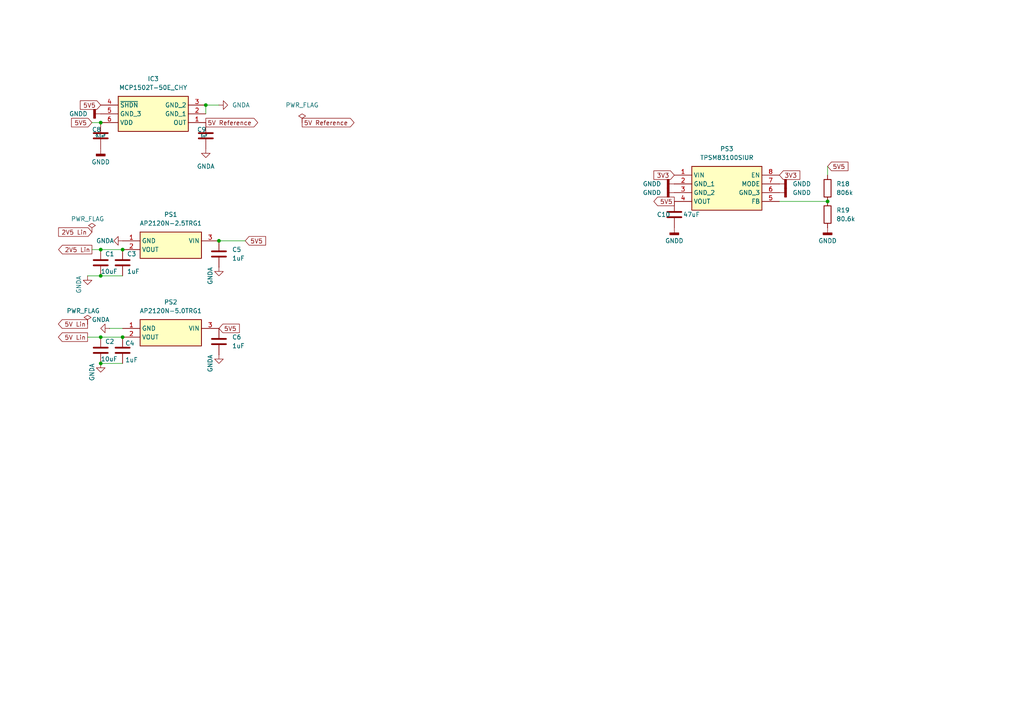
<source format=kicad_sch>
(kicad_sch (version 20231120) (generator "eeschema") (generator_version "8.0")
  (paper "A4")
  (lib_symbols
    (symbol "21xt_symbols:AP2120N-5.0TRG1"
      (property "Reference" "PS" (at 24.13 7.62 0))
      (property "Value" "AP2120N-5.0TRG1" (at 24.13 5.08 0))
      (symbol "AP2120N-5.0TRG1_1_1"
        (rectangle (start 5.08 2.54) (end 22.86 -5.08) (stroke (width 0.254)) (fill (type background)))
        (pin passive line (at 0 0 0) (length 5.08) (name "GND") (number "1"))
        (pin passive line (at 0 -2.54 0) (length 5.08) (name "VOUT") (number "2"))
        (pin passive line (at 27.94 0 180) (length 5.08) (name "VIN") (number "3"))
      )
    )
    (symbol "21xt_symbols:MCP1501T-50E_CHY"
      (property "Reference" "IC" (at 26.67 7.62 0))
      (property "Value" "MCP1501T-50E_CHY" (at 26.67 5.08 0))
      (symbol "MCP1501T-50E_CHY_1_1"
        (rectangle (start 5.08 2.54) (end 25.4 -7.62) (stroke (width 0.254)) (fill (type background)))
        (pin passive line (at 0 0 0) (length 5.08) (name "OUT") (number "1"))
        (pin passive line (at 0 -2.54 0) (length 5.08) (name "GND_1") (number "2"))
        (pin passive line (at 0 -5.08 0) (length 5.08) (name "GND_2") (number "3"))
        (pin passive line (at 30.48 -5.08 180) (length 5.08) (name "~{SHDN}") (number "4"))
        (pin passive line (at 30.48 -2.54 180) (length 5.08) (name "GND_3") (number "5"))
        (pin passive line (at 30.48 0 180) (length 5.08) (name "VDD") (number "6"))
      )
    )
    (symbol "21xt_symbols:TPSM83100SIUR"
      (property "Reference" "PS" (at 26.67 7.62 0))
      (property "Value" "TPSM83100SIUR" (at 26.67 5.08 0))
      (symbol "TPSM83100SIUR_1_1"
        (rectangle (start 5.08 2.54) (end 25.4 -10.16) (stroke (width 0.254)) (fill (type background)))
        (pin passive line (at 0 0 0) (length 5.08) (name "VIN") (number "1"))
        (pin passive line (at 0 -2.54 0) (length 5.08) (name "GND_1") (number "2"))
        (pin passive line (at 0 -5.08 0) (length 5.08) (name "GND_2") (number "3"))
        (pin passive line (at 0 -7.62 0) (length 5.08) (name "VOUT") (number "4"))
        (pin passive line (at 30.48 -7.62 180) (length 5.08) (name "FB") (number "5"))
        (pin passive line (at 30.48 -5.08 180) (length 5.08) (name "GND_3") (number "6"))
        (pin passive line (at 30.48 -2.54 180) (length 5.08) (name "MODE") (number "7"))
        (pin passive line (at 30.48 0 180) (length 5.08) (name "EN") (number "8"))
      )
    )
    (symbol "Device:C" (pin_numbers hide) (pin_names (offset 0.254))
      (property "Reference" "C" (at 0.635 2.54 0))
      (property "Value" "C" (at 0.635 -2.54 0))
      (symbol "C_0_1"
        (polyline (pts (xy -2.032 -0.762) (xy 2.032 -0.762)) (stroke (width 0.508)))
        (polyline (pts (xy -2.032 0.762) (xy 2.032 0.762)) (stroke (width 0.508)))
      )
      (symbol "C_1_1"
        (pin passive line (at 0 3.81 270) (length 2.794) (name "~") (number "1"))
        (pin passive line (at 0 -3.81 90) (length 2.794) (name "~") (number "2"))
      )
    )
    (symbol "Device:R" (pin_numbers hide) (pin_names (offset 0))
      (property "Reference" "R" (at 2.032 0 90))
      (property "Value" "R" (at 0 0 90))
      (symbol "R_0_1"
        (rectangle (start -1.016 -2.54) (end 1.016 2.54) (stroke (width 0.254)))
      )
      (symbol "R_1_1"
        (pin passive line (at 0 3.81 270) (length 1.27) (name "~") (number "1"))
        (pin passive line (at 0 -3.81 90) (length 1.27) (name "~") (number "2"))
      )
    )
    (symbol "power:GNDA" (power) (pin_numbers hide) (pin_names (offset 0) hide)
      (property "Value" "GNDA" (at 0 -3.81 0))
      (symbol "GNDA_0_1"
        (polyline (pts (xy 0 0) (xy 0 -1.27) (xy 1.27 -1.27) (xy 0 -2.54) (xy -1.27 -1.27) (xy 0 -1.27)))
      )
      (symbol "GNDA_1_1"
        (pin power_in line (at 0 0 270) (length 0) (name "~") (number "1"))
      )
    )
    (symbol "power:GNDD" (power) (pin_numbers hide) (pin_names (offset 0) hide)
      (property "Value" "GNDD" (at 0 -3.175 0))
      (symbol "GNDD_0_1"
        (rectangle (start -1.27 -1.524) (end 1.27 -2.032) (stroke (width 0.254)) (fill (type outline)))
        (polyline (pts (xy 0 0) (xy 0 -1.524)))
      )
      (symbol "GNDD_1_1"
        (pin power_in line (at 0 0 270) (length 0) (name "~") (number "1"))
      )
    )
    (symbol "power:PWR_FLAG" (power) (pin_numbers hide) (pin_names (offset 0) hide)
      (property "Value" "PWR_FLAG" (at 0 3.81 0))
      (symbol "PWR_FLAG_0_0"
        (pin power_out line (at 0 0 90) (length 0) (name "~") (number "1"))
      )
      (symbol "PWR_FLAG_0_1"
        (polyline (pts (xy 0 0) (xy 0 1.27) (xy -1.016 1.905) (xy 0 2.54) (xy 1.016 1.905) (xy 0 1.27)))
      )
    )
  )
  (junction (at 240.03 58.42))
  (junction (at 59.69 30.48))
  (junction (at 29.21 72.39))
  (junction (at 63.5 69.85))
  (junction (at 29.21 80.01))
  (junction (at 35.56 72.39))
  (junction (at 35.56 97.79))
  (junction (at 29.21 35.56))
  (junction (at 29.21 105.41))
  (junction (at 29.21 97.79))
  (wire (pts (xy 29.21 72.39) (xy 35.56 72.39)))
  (wire (pts (xy 25.4 80.01) (xy 29.21 80.01)))
  (wire (pts (xy 29.21 105.41) (xy 35.56 105.41)))
  (wire (pts (xy 26.67 72.39) (xy 29.21 72.39)))
  (wire (pts (xy 29.21 80.01) (xy 35.56 80.01)))
  (wire (pts (xy 71.12 69.85) (xy 63.5 69.85)))
  (wire (pts (xy 226.06 58.42) (xy 240.03 58.42)))
  (wire (pts (xy 31.75 95.25) (xy 35.56 95.25)))
  (wire (pts (xy 29.21 97.79) (xy 35.56 97.79)))
  (wire (pts (xy 240.03 48.26) (xy 240.03 50.8)))
  (wire (pts (xy 59.69 30.48) (xy 59.69 33.02)))
  (wire (pts (xy 26.67 35.56) (xy 29.21 35.56)))
  (wire (pts (xy 25.4 97.79) (xy 29.21 97.79)))
  (wire (pts (xy 59.69 30.48) (xy 63.5 30.48)))
  (global_label "5V5" (shape output) (at 195.58 58.42 180) (property "Intersheetrefs" "${INTERSHEET_REFS}" (effects (hide yes))))
  (global_label "3V3" (shape input) (at 226.06 50.8 0) (property "Intersheetrefs" "${INTERSHEET_REFS}" (effects (hide yes))))
  (global_label "5V Reference" (shape output) (at 59.69 35.56 0) (property "Intersheetrefs" "${INTERSHEET_REFS}" (effects (hide yes))))
  (global_label "5V5" (shape input) (at 240.03 48.26 0) (property "Intersheetrefs" "${INTERSHEET_REFS}" (effects (hide yes))))
  (global_label "2V5 Lin" (shape output) (at 26.67 72.39 180) (property "Intersheetrefs" "${INTERSHEET_REFS}" (effects (hide yes))))
  (global_label "3V3" (shape input) (at 195.58 50.8 180) (property "Intersheetrefs" "${INTERSHEET_REFS}" (effects (hide yes))))
  (global_label "2V5 Lin" (shape input) (at 26.67 67.31 180) (property "Intersheetrefs" "${INTERSHEET_REFS}" (effects (hide yes))))
  (global_label "5V Reference" (shape output) (at 87.63 35.56 0) (property "Intersheetrefs" "${INTERSHEET_REFS}" (effects (hide yes))))
  (global_label "5V5" (shape input) (at 71.12 69.85 0) (property "Intersheetrefs" "${INTERSHEET_REFS}" (effects (hide yes))))
  (global_label "5V5" (shape input) (at 29.21 30.48 180) (property "Intersheetrefs" "${INTERSHEET_REFS}" (effects (hide yes))))
  (global_label "5V5" (shape input) (at 26.67 35.56 180) (property "Intersheetrefs" "${INTERSHEET_REFS}" (effects (hide yes))))
  (global_label "5V Lin" (shape output) (at 25.4 97.79 180) (property "Intersheetrefs" "${INTERSHEET_REFS}" (effects (hide yes))))
  (global_label "5V Lin" (shape output) (at 25.4 93.98 180) (property "Intersheetrefs" "${INTERSHEET_REFS}" (effects (hide yes))))
  (global_label "5V5" (shape input) (at 63.5 95.25 0) (property "Intersheetrefs" "${INTERSHEET_REFS}" (effects (hide yes))))
  (symbol (lib_id "21xt_symbols:AP2120N-5.0TRG1") (at 35.56 69.85 0) (unit 1)
    (property "Reference" "PS1" (at 49.53 62.23 0))
    (property "Value" "AP2120N-2.5TRG1" (at 49.53 64.77 0))
    (property "Footprint" "21xt_footprints:AP2120N-2.5TRG1" (effects (hide yes)))
    (property "Datasheet" "https://www.diodes.com//assets/Datasheets/AP2120.pdf" (effects (hide yes)))
    (property "Description" "Lin Reg 5V 150MA SOT23 for wsg" (effects (hide yes)))
    (property "Height" "1.2" (effects (hide yes)))
    (property "Mouser Part Number" "621-AP2120N-5.0TRG1" (effects (hide yes)))
    (property "Mouser Price/Stock" "https://www.mouser.co.uk/ProductDetail/Diodes-Incorporated/AP2120N-5.0TRG1?qs=M%2FOdCRO8QQ3JQu49DdtyIA%3D%3D" (effects (hide yes)))
    (property "Manufacturer_Name" "Diodes Incorporated" (effects (hide yes)))
    (property "Manufacturer_Part_Number" "AP2120N-5.0TRG1" (effects (hide yes)))
  )
  (symbol (lib_id "Device:C") (at 29.21 101.6 0) (unit 1)
    (property "Reference" "C2" (at 30.48 99.06 0) (effects (justify left)))
    (property "Value" "10uF" (at 29.21 104.14 0) (effects (justify left)))
    (property "Footprint" "Capacitor_SMD:C_0402_1005Metric" (effects (hide yes)))
    (property "Description" "Unpolarized capacitor" (effects (hide yes)))
  )
  (symbol (lib_id "power:GNDA") (at 63.5 77.47 0) (unit 1)
    (property "Reference" "#PWR013" (effects (hide yes)))
    (property "Value" "GNDA" (at 60.96 80.01 90))
    (property "Description" "Power symbol creates a global label with name \"GNDA\" , analog ground" (effects (hide yes)))
  )
  (symbol (lib_id "Device:C") (at 63.5 99.06 0) (unit 1)
    (property "Reference" "C6" (at 67.31 97.79 0) (effects (justify left)))
    (property "Value" "1uF" (at 67.31 100.33 0) (effects (justify left)))
    (property "Footprint" "Capacitor_SMD:C_0402_1005Metric" (effects (hide yes)))
    (property "Description" "Unpolarized capacitor" (effects (hide yes)))
  )
  (symbol (lib_id "power:GNDD") (at 29.21 33.02 270) (unit 1)
    (property "Reference" "#PWR017" (effects (hide yes)))
    (property "Value" "GNDD" (at 25.4 33.02 90) (effects (justify right)))
    (property "Description" "Power symbol creates a global label with name \"GNDD\" , digital ground" (effects (hide yes)))
  )
  (symbol (lib_id "power:GNDA") (at 59.69 43.18 0) (unit 1)
    (property "Reference" "#PWR020" (effects (hide yes)))
    (property "Value" "GNDA" (at 59.69 48.26 0))
    (property "Description" "Power symbol creates a global label with name \"GNDA\" , analog ground" (effects (hide yes)))
  )
  (symbol (lib_id "power:GNDD") (at 226.06 53.34 90) (mirror x) (unit 1)
    (property "Reference" "#PWR032" (effects (hide yes)))
    (property "Value" "GNDD" (at 229.87 53.34 90) (effects (justify right)))
    (property "Description" "Power symbol creates a global label with name \"GNDD\" , digital ground" (effects (hide yes)))
  )
  (symbol (lib_id "21xt_symbols:MCP1501T-50E_CHY") (at 59.69 35.56 180) (unit 1)
    (property "Reference" "IC3" (at 44.45 22.86 0))
    (property "Value" "MCP1502T-50E_CHY" (at 44.45 25.4 0))
    (property "Footprint" "21xt_footprints:SOT95P280X145-6N" (effects (hide yes)))
    (property "Datasheet" "https://ww1.microchip.com/downloads/aemDocuments/documents/MSLD/ProductDocuments/DataSheets/MCP1501-Data-Sheet-DS20005474F.pdf" (effects (hide yes)))
    (property "Description" "Series Voltage Reference IC Fixed 5V V +/-0.1% 20 mA SOT-23-6" (effects (hide yes)))
    (property "Height" "1.45" (effects (hide yes)))
    (property "Mouser Part Number" "579-MCP1501T-50E/CHY" (effects (hide yes)))
    (property "Mouser Price/Stock" "https://www.mouser.co.uk/ProductDetail/Microchip-Technology/MCP1501T-50E-CHY?qs=Li%252BoUPsLEnt6h%2FnXwes%252BxQ%3D%3D" (effects (hide yes)))
    (property "Manufacturer_Name" "Microchip" (effects (hide yes)))
    (property "Manufacturer_Part_Number" "MCP1501T-50E/CHY" (effects (hide yes)))
  )
  (symbol (lib_id "Device:C") (at 29.21 76.2 0) (unit 1)
    (property "Reference" "C1" (at 30.48 73.66 0) (effects (justify left)))
    (property "Value" "10uF" (at 29.21 78.74 0) (effects (justify left)))
    (property "Footprint" "Capacitor_SMD:C_0402_1005Metric" (effects (hide yes)))
    (property "Description" "Unpolarized capacitor" (effects (hide yes)))
  )
  (symbol (lib_id "Device:C") (at 59.69 39.37 0) (unit 1)
    (property "Reference" "C9" (at 57.15 37.592 0) (effects (justify left)))
    (property "Value" "1uF" (at 58.166 39.37 0) (effects (font (size 0.7 0.7)) (justify left)))
    (property "Footprint" "Capacitor_SMD:C_0402_1005Metric" (effects (hide yes)))
    (property "Description" "Unpolarized capacitor" (effects (hide yes)))
  )
  (symbol (lib_id "power:PWR_FLAG") (at 26.67 67.31 0) (unit 1)
    (property "Reference" "#FLG01" (effects (hide yes)))
    (property "Value" "PWR_FLAG" (at 25.4 63.5 0))
    (property "Description" "Special symbol for telling ERC where power comes from" (effects (hide yes)))
  )
  (symbol (lib_id "Device:C") (at 63.5 73.66 0) (unit 1)
    (property "Reference" "C5" (at 67.31 72.39 0) (effects (justify left)))
    (property "Value" "1uF" (at 67.31 74.93 0) (effects (justify left)))
    (property "Footprint" "Capacitor_SMD:C_0402_1005Metric" (effects (hide yes)))
    (property "Description" "Unpolarized capacitor" (effects (hide yes)))
  )
  (symbol (lib_id "power:GNDA") (at 63.5 30.48 90) (unit 1)
    (property "Reference" "#PWR021" (effects (hide yes)))
    (property "Value" "GNDA" (at 67.31 30.48 90) (effects (justify right)))
    (property "Description" "Power symbol creates a global label with name \"GNDA\" , analog ground" (effects (hide yes)))
  )
  (symbol (lib_id "power:GNDA") (at 31.75 95.25 270) (unit 1)
    (property "Reference" "#PWR09" (effects (hide yes)))
    (property "Value" "GNDA" (at 29.21 92.71 90))
    (property "Description" "Power symbol creates a global label with name \"GNDA\" , analog ground" (effects (hide yes)))
  )
  (symbol (lib_id "power:GNDD") (at 195.58 53.34 270) (unit 1)
    (property "Reference" "#PWR028" (effects (hide yes)))
    (property "Value" "GNDD" (at 191.77 53.34 90) (effects (justify right)))
    (property "Description" "Power symbol creates a global label with name \"GNDD\" , digital ground" (effects (hide yes)))
  )
  (symbol (lib_id "power:GNDA") (at 63.5 102.87 0) (unit 1)
    (property "Reference" "#PWR014" (effects (hide yes)))
    (property "Value" "GNDA" (at 60.96 105.41 90))
    (property "Description" "Power symbol creates a global label with name \"GNDA\" , analog ground" (effects (hide yes)))
  )
  (symbol (lib_id "Device:C") (at 29.21 39.37 0) (unit 1)
    (property "Reference" "C8" (at 26.67 37.592 0) (effects (justify left)))
    (property "Value" "0.1uF" (at 27.686 39.37 0) (effects (font (size 0.7 0.7)) (justify left)))
    (property "Footprint" "Capacitor_SMD:C_0402_1005Metric" (effects (hide yes)))
    (property "Description" "Unpolarized capacitor" (effects (hide yes)))
  )
  (symbol (lib_id "Device:R") (at 240.03 62.23 180) (unit 1)
    (property "Reference" "R19" (at 242.57 60.96 0) (effects (justify right)))
    (property "Value" "80.6k" (at 242.57 63.5 0) (effects (justify right)))
    (property "Footprint" "Resistor_SMD:R_0402_1005Metric" (effects (hide yes)))
    (property "Description" "Resistor" (effects (hide yes)))
  )
  (symbol (lib_id "power:GNDD") (at 29.21 43.18 0) (unit 1)
    (property "Reference" "#PWR018" (effects (hide yes)))
    (property "Value" "GNDD" (at 29.21 46.99 0))
    (property "Description" "Power symbol creates a global label with name \"GNDD\" , digital ground" (effects (hide yes)))
  )
  (symbol (lib_id "Device:C") (at 35.56 101.6 0) (unit 1)
    (property "Reference" "C4" (at 36.322 99.568 0) (effects (justify left)))
    (property "Value" "1uF" (at 36.322 104.394 0) (effects (justify left)))
    (property "Footprint" "Capacitor_SMD:C_0402_1005Metric" (effects (hide yes)))
    (property "Description" "Unpolarized capacitor" (effects (hide yes)))
  )
  (symbol (lib_id "power:GNDD") (at 195.58 55.88 270) (unit 1)
    (property "Reference" "#PWR029" (effects (hide yes)))
    (property "Value" "GNDD" (at 191.77 55.88 90) (effects (justify right)))
    (property "Description" "Power symbol creates a global label with name \"GNDD\" , digital ground" (effects (hide yes)))
  )
  (symbol (lib_id "power:GNDA") (at 35.56 69.85 270) (unit 1)
    (property "Reference" "#PWR010" (effects (hide yes)))
    (property "Value" "GNDA" (at 30.48 69.85 90))
    (property "Description" "Power symbol creates a global label with name \"GNDA\" , analog ground" (effects (hide yes)))
  )
  (symbol (lib_id "power:PWR_FLAG") (at 25.4 93.98 0) (unit 1)
    (property "Reference" "#FLG02" (effects (hide yes)))
    (property "Value" "PWR_FLAG" (at 24.13 90.17 0))
    (property "Description" "Special symbol for telling ERC where power comes from" (effects (hide yes)))
  )
  (symbol (lib_id "power:GNDA") (at 25.4 80.01 0) (unit 1)
    (property "Reference" "#PWR06" (effects (hide yes)))
    (property "Value" "GNDA" (at 22.86 82.55 90))
    (property "Description" "Power symbol creates a global label with name \"GNDA\" , analog ground" (effects (hide yes)))
  )
  (symbol (lib_id "Device:R") (at 240.03 54.61 180) (unit 1)
    (property "Reference" "R18" (at 242.57 53.34 0) (effects (justify right)))
    (property "Value" "806k" (at 242.57 55.88 0) (effects (justify right)))
    (property "Footprint" "Resistor_SMD:R_0402_1005Metric" (effects (hide yes)))
    (property "Description" "Resistor" (effects (hide yes)))
  )
  (symbol (lib_id "Device:C") (at 195.58 62.23 0) (unit 1)
    (property "Reference" "C10" (at 190.5 62.23 0) (effects (justify left)))
    (property "Value" "47uF" (at 198.12 62.23 0) (effects (justify left)))
    (property "Footprint" "Capacitor_SMD:C_0805_2012Metric" (effects (hide yes)))
    (property "Description" "Unpolarized capacitor" (effects (hide yes)))
  )
  (symbol (lib_id "Device:C") (at 35.56 76.2 0) (unit 1)
    (property "Reference" "C3" (at 36.83 73.66 0) (effects (justify left)))
    (property "Value" "1uF" (at 36.83 78.74 0) (effects (justify left)))
    (property "Footprint" "Capacitor_SMD:C_0402_1005Metric" (effects (hide yes)))
    (property "Description" "Unpolarized capacitor" (effects (hide yes)))
  )
  (symbol (lib_id "power:GNDD") (at 195.58 66.04 0) (unit 1)
    (property "Reference" "#PWR030" (effects (hide yes)))
    (property "Value" "GNDD" (at 195.58 69.85 0))
    (property "Description" "Power symbol creates a global label with name \"GNDD\" , digital ground" (effects (hide yes)))
  )
  (symbol (lib_id "21xt_symbols:AP2120N-5.0TRG1") (at 35.56 95.25 0) (unit 1)
    (property "Reference" "PS2" (at 49.53 87.63 0))
    (property "Value" "AP2120N-5.0TRG1" (at 49.53 90.17 0))
    (property "Footprint" "21xt_footprints:AP2120N-5.0TRG1" (effects (hide yes)))
    (property "Datasheet" "https://www.diodes.com//assets/Datasheets/AP2120.pdf" (effects (hide yes)))
    (property "Description" "Lin Reg 5V 150MA SOT23 for wsg" (effects (hide yes)))
    (property "Height" "1.2" (effects (hide yes)))
    (property "Mouser Part Number" "621-AP2120N-5.0TRG1" (effects (hide yes)))
    (property "Mouser Price/Stock" "https://www.mouser.co.uk/ProductDetail/Diodes-Incorporated/AP2120N-5.0TRG1?qs=M%2FOdCRO8QQ3JQu49DdtyIA%3D%3D" (effects (hide yes)))
    (property "Manufacturer_Name" "Diodes Incorporated" (effects (hide yes)))
    (property "Manufacturer_Part_Number" "AP2120N-5.0TRG1" (effects (hide yes)))
  )
  (symbol (lib_id "power:GNDD") (at 240.03 66.04 0) (unit 1)
    (property "Reference" "#PWR035" (effects (hide yes)))
    (property "Value" "GNDD" (at 240.03 69.85 0))
    (property "Description" "Power symbol creates a global label with name \"GNDD\" , digital ground" (effects (hide yes)))
  )
  (symbol (lib_id "power:GNDD") (at 226.06 55.88 90) (mirror x) (unit 1)
    (property "Reference" "#PWR033" (effects (hide yes)))
    (property "Value" "GNDD" (at 229.87 55.88 90) (effects (justify right)))
    (property "Description" "Power symbol creates a global label with name \"GNDD\" , digital ground" (effects (hide yes)))
  )
  (symbol (lib_id "21xt_symbols:TPSM83100SIUR") (at 195.58 50.8 0) (unit 1)
    (property "Reference" "PS3" (at 210.82 43.18 0))
    (property "Value" "TPSM83100SIUR" (at 210.82 45.72 0))
    (property "Footprint" "21xt_footprints:TPSM83100SIUR" (effects (hide yes)))
    (property "Datasheet" "https://www.ti.com/lit/ds/symlink/tpsm83100.pdf?ts=1694232852590&ref_url=https%253A%252F%252Fwww.ti.com%252Fproduct%252FTPSM83100%252Fpart-details%252FTPSM83100SIUR" (effects (hide yes)))
    (property "Description" "5.5v Boost Converter for wsg" (effects (hide yes)))
    (property "Height" "1.2" (effects (hide yes)))
    (property "Mouser Part Number" "595-TPSM83100SIUR" (effects (hide yes)))
    (property "Mouser Price/Stock" "https://www.mouser.co.uk/ProductDetail/Texas-Instruments/TPSM83100SIUR?qs=17ckDYBRdembJwsYYPsw7Q%3D%3D" (effects (hide yes)))
    (property "Manufacturer_Name" "Texas Instruments" (effects (hide yes)))
    (property "Manufacturer_Part_Number" "TPSM83100SIUR" (effects (hide yes)))
  )
  (symbol (lib_id "power:PWR_FLAG") (at 87.63 35.56 0) (unit 1)
    (property "Reference" "#FLG04" (effects (hide yes)))
    (property "Value" "PWR_FLAG" (at 87.63 30.48 0))
    (property "Description" "Special symbol for telling ERC where power comes from" (effects (hide yes)))
  )
  (symbol (lib_id "power:GNDA") (at 29.21 105.41 0) (unit 1)
    (property "Reference" "#PWR07" (effects (hide yes)))
    (property "Value" "GNDA" (at 26.67 107.95 90))
    (property "Description" "Power symbol creates a global label with name \"GNDA\" , analog ground" (effects (hide yes)))
  )
)
</source>
